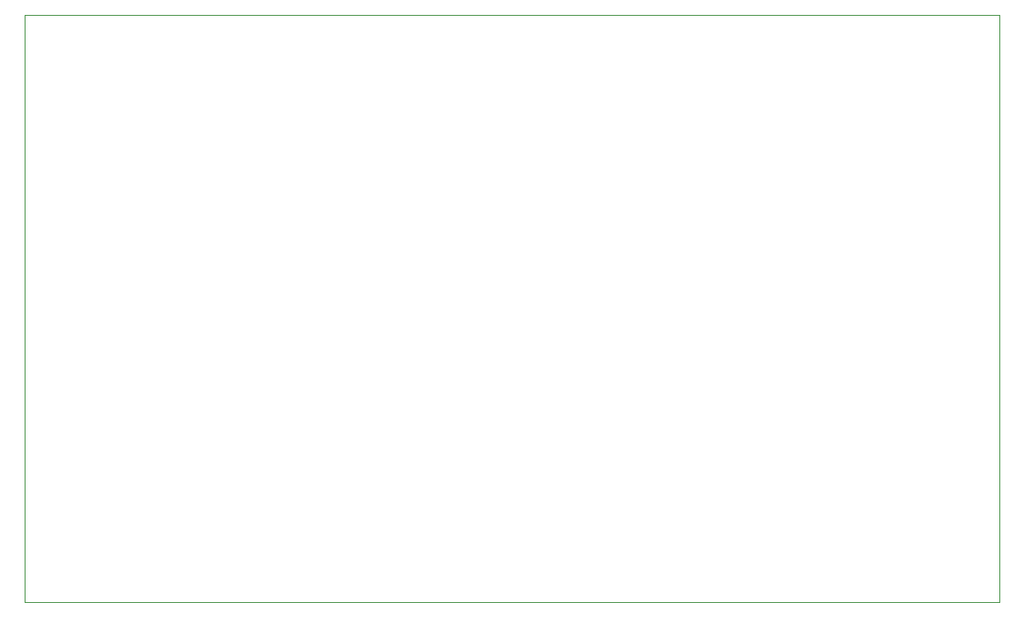
<source format=gbr>
%TF.GenerationSoftware,KiCad,Pcbnew,6.0.9+dfsg-1~bpo11+1*%
%TF.CreationDate,2022-12-31T19:32:48-06:00*%
%TF.ProjectId,Modular,4d6f6475-6c61-4722-9e6b-696361645f70,rev?*%
%TF.SameCoordinates,Original*%
%TF.FileFunction,Profile,NP*%
%FSLAX46Y46*%
G04 Gerber Fmt 4.6, Leading zero omitted, Abs format (unit mm)*
G04 Created by KiCad (PCBNEW 6.0.9+dfsg-1~bpo11+1) date 2022-12-31 19:32:48*
%MOMM*%
%LPD*%
G01*
G04 APERTURE LIST*
%TA.AperFunction,Profile*%
%ADD10C,0.100000*%
%TD*%
G04 APERTURE END LIST*
D10*
X79000000Y-101000000D02*
X172750000Y-101000000D01*
X172750000Y-101000000D02*
X172750000Y-157500000D01*
X172750000Y-157500000D02*
X79000000Y-157500000D01*
X79000000Y-157500000D02*
X79000000Y-101000000D01*
M02*

</source>
